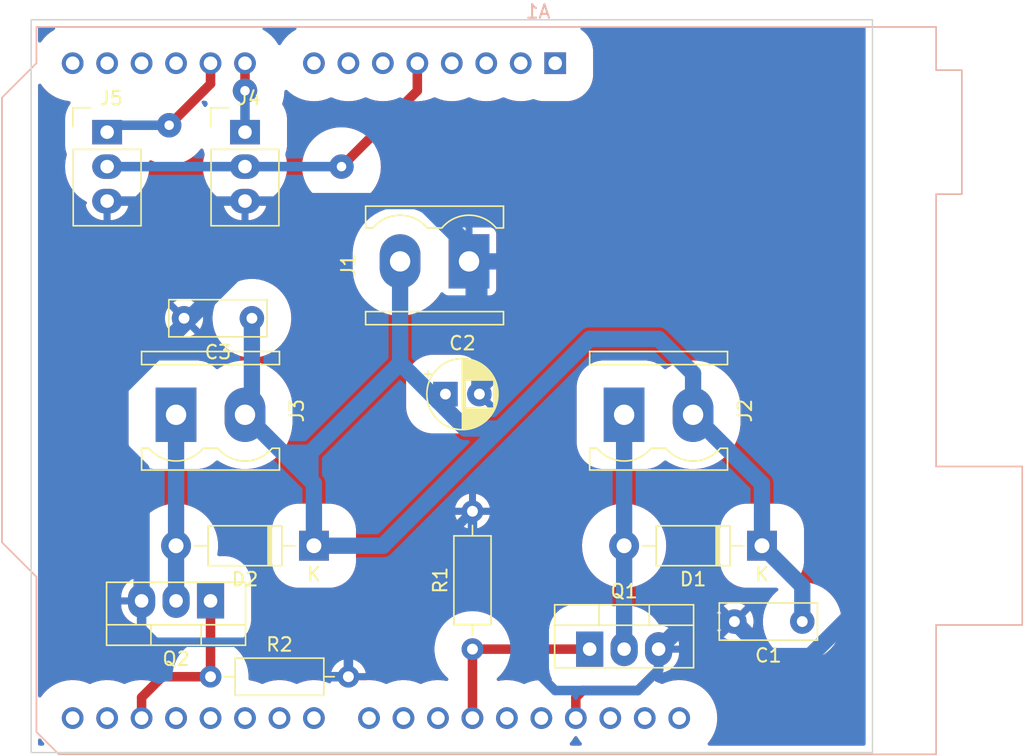
<source format=kicad_pcb>
(kicad_pcb (version 20211014) (generator pcbnew)
  (layers (0 "F.Cu" signal) (31 "B.Cu" signal) (34 "B.Paste" user) (35 "F.Paste" user) (36 "B.SilkS" user "B.Silkscreen") (37 "F.SilkS" user "F.Silkscreen") (38 "B.Mask" user) (39 "F.Mask" user) (44 "Edge.Cuts" user))
  (net 0 "")
  (net 5 "+5V")
  (net 9 "/A0")
  (net 10 "/A1")
  (net 17 "/D2")
  (net 27 "GND")
  (net 31 "+12V")
  (net 32 "Net-(D1-Pad2)")
  (net 33 "Net-(D2-Pad2)")
  (net 34 "unconnected-(A1-Pad18)")
  (net 35 "/D11")
  (footprint "FootprintGamelGe2:R_Axial_DIN0207_L6.3mm_D2.5mm_P10.16mm_Horizontal" (layer "F.Cu") (at 128.524 119.38 90)
    (fp_text reference "R1" (at 5.08 -2.37 90) (layer "F.SilkS"))
    (fp_text value "R")
    (fp_line (start 1.81 -1.37) (end 1.81 1.37) (layer "F.SilkS") (width 0.12))
    (fp_line (start 9.12 0) (end 8.35 0) (layer "F.SilkS") (width 0.12))
    (fp_line (start 1.81 1.37) (end 8.35 1.37) (layer "F.SilkS") (width 0.12))
    (fp_line (start 8.35 -1.37) (end 1.81 -1.37) (layer "F.SilkS") (width 0.12))
    (fp_line (start 1.04 0) (end 1.81 0) (layer "F.SilkS") (width 0.12))
    (fp_line (start 8.35 1.37) (end 8.35 -1.37) (layer "F.SilkS") (width 0.12))
    (pad "1" thru_hole circle locked (at 0 0 90) (size 1.6 1.6) (drill 0.8) (layers *.Cu *.Mask) (net 35 "/D11"))
    (pad "2" thru_hole oval locked (at 10.16 0 90) (size 1.6 1.6) (drill 0.8) (layers *.Cu *.Mask) (net 27 "GND"))
  )
  (footprint "FootprintGamelGe2:OmnimateSL-5,08_1x02_P5.08mm_Vertical" (layer "F.Cu") (at 106.68 102.11)
    (fp_text reference "J3" (at 8.9 -0.3 90) (layer "F.SilkS"))
    (fp_text value "Omnimate2")
    (fp_line (start -2.54 -3.7) (end 7.62 -3.7) (layer "F.SilkS") (width 0.12))
    (fp_line (start -2.54 -4.664) (end 7.62 -4.664) (layer "F.SilkS") (width 0.12))
    (fp_line (start -2 2.462) (end -2.54 2.462) (layer "F.SilkS") (width 0.12))
    (fp_line (start 7.62 -3.7) (end 7.62 -4.664) (layer "F.SilkS") (width 0.12))
    (fp_line (start 7.62 4.072) (end 7.62 2.4972) (layer "F.SilkS") (width 0.12))
    (fp_line (start -2.54 4.072) (end 7.62 4.072) (layer "F.SilkS") (width 0.12))
    (fp_line (start 7.62 2.462) (end 7.08 2.462) (layer "F.SilkS") (width 0.12))
    (fp_line (start -2.54 -3.7) (end -2.54 -4.664) (layer "F.SilkS") (width 0.12))
    (fp_line (start 2 2.462) (end 3.08 2.462) (layer "F.SilkS") (width 0.12))
    (fp_line (start -2.54 4.072) (end -2.54 2.4972) (layer "F.SilkS") (width 0.12))
    (fp_arc (start 1.986842 2.477821) (mid -0.010289 3.404758) (end -2 2.462) (layer "F.SilkS") (width 0.12))
    (fp_arc (start 7.066842 2.477821) (mid 5.069711 3.404758) (end 3.08 2.462) (layer "F.SilkS") (width 0.12))
    (pad "1" thru_hole rect locked (at 0 0) (size 3 4) (drill 1.5) (layers *.Cu *.Mask) (net 33 "Net-(D2-Pad2)"))
    (pad "2" thru_hole oval locked (at 5.08 0) (size 3 4) (drill 1.5) (layers *.Cu *.Mask) (net 31 "+12V"))
  )
  (footprint "FootprintGamelGe2:CP_Radial_D5.0mm_P2.50mm" (layer "F.Cu") (at 126.532 100.584)
    (fp_text reference "C2" (at 1.25 -3.75) (layer "F.SilkS"))
    (fp_text value "Cp")
    (fp_line (start 3.171 -1.743) (end 3.171 -1.04) (layer "F.SilkS") (width 0.12))
    (fp_line (start 3.371 -1.5) (end 3.371 -1.04) (layer "F.SilkS") (width 0.12))
    (fp_line (start 3.251 1.04) (end 3.251 1.653) (layer "F.SilkS") (width 0.12))
    (fp_line (start 3.411 -1.443) (end 3.411 -1.04) (layer "F.SilkS") (width 0.12))
    (fp_line (start 2.171 -2.414) (end 2.171 -1.04) (layer "F.SilkS") (width 0.12))
    (fp_line (start 3.531 1.04) (end 3.531 1.251) (layer "F.SilkS") (width 0.12))
    (fp_line (start 1.89 -2.501) (end 1.89 -1.04) (layer "F.SilkS") (width 0.12))
    (fp_line (start 3.571 -1.178) (end 3.571 1.178) (layer "F.SilkS") (width 0.12))
    (fp_line (start 1.69 -2.543) (end 1.69 -1.04) (layer "F.SilkS") (width 0.12))
    (fp_line (start 2.851 -2.035) (end 2.851 -1.04) (layer "F.SilkS") (width 0.12))
    (fp_line (start 2.771 -2.095) (end 2.771 -1.04) (layer "F.SilkS") (width 0.12))
    (fp_line (start 2.091 -2.442) (end 2.091 -1.04) (layer "F.SilkS") (width 0.12))
    (fp_line (start 1.57 -2.561) (end 1.57 -1.04) (layer "F.SilkS") (width 0.12))
    (fp_line (start 2.651 -2.175) (end 2.651 -1.04) (layer "F.SilkS") (width 0.12))
    (fp_line (start 2.531 -2.247) (end 2.531 -1.04) (layer "F.SilkS") (width 0.12))
    (fp_line (start 1.85 -2.511) (end 1.85 -1.04) (layer "F.SilkS") (width 0.12))
    (fp_line (start 2.331 1.04) (end 2.331 2.348) (layer "F.SilkS") (width 0.12))
    (fp_line (start 2.691 1.04) (end 2.691 2.149) (layer "F.SilkS") (width 0.12))
    (fp_line (start 2.131 -2.428) (end 2.131 -1.04) (layer "F.SilkS") (width 0.12))
    (fp_line (start 2.131 1.04) (end 2.131 2.428) (layer "F.SilkS") (width 0.12))
    (fp_line (start 1.65 -2.55) (end 1.65 -1.04) (layer "F.SilkS") (width 0.12))
    (fp_line (start 3.411 1.04) (end 3.411 1.443) (layer "F.SilkS") (width 0.12))
    (fp_line (start 2.891 -2.004) (end 2.891 -1.04) (layer "F.SilkS") (width 0.12))
    (fp_line (start 2.091 1.04) (end 2.091 2.442) (layer "F.SilkS") (width 0.12))
    (fp_line (start 1.73 1.04) (end 1.73 2.536) (layer "F.SilkS") (width 0.12))
    (fp_line (start 1.77 -2.528) (end 1.77 -1.04) (layer "F.SilkS") (width 0.12))
    (fp_line (start 1.45 -2.573) (end 1.45 2.573) (layer "F.SilkS") (width 0.12))
    (fp_line (start 3.131 1.04) (end 3.131 1.785) (layer "F.SilkS") (width 0.12))
    (fp_line (start 2.331 -2.348) (end 2.331 -1.04) (layer "F.SilkS") (width 0.12))
    (fp_line (start -1.554775 -1.475) (end -1.054775 -1.475) (layer "F.SilkS") (width 0.12))
    (fp_line (start 3.811 -0.518) (end 3.811 0.518) (layer "F.SilkS") (width 0.12))
    (fp_line (start 3.531 -1.251) (end 3.531 -1.04) (layer "F.SilkS") (width 0.12))
    (fp_line (start 2.571 -2.224) (end 2.571 -1.04) (layer "F.SilkS") (width 0.12))
    (fp_line (start 2.411 1.04) (end 2.411 2.31) (layer "F.SilkS") (width 0.12))
    (fp_line (start 2.811 1.04) (end 2.811 2.065) (layer "F.SilkS") (width 0.12))
    (fp_line (start 3.651 -1.011) (end 3.651 1.011) (layer "F.SilkS") (width 0.12))
    (fp_line (start 2.771 1.04) (end 2.771 2.095) (layer "F.SilkS") (width 0.12))
    (fp_line (start 2.451 1.04) (end 2.451 2.29) (layer "F.SilkS") (width 0.12))
    (fp_line (start 2.571 1.04) (end 2.571 2.224) (layer "F.SilkS") (width 0.12))
    (fp_line (start 1.49 -2.569) (end 1.49 -1.04) (layer "F.SilkS") (width 0.12))
    (fp_line (start 3.011 -1.901) (end 3.011 -1.04) (layer "F.SilkS") (width 0.12))
    (fp_line (start 2.411 -2.31) (end 2.411 -1.04) (layer "F.SilkS") (width 0.12))
    (fp_line (start 3.771 -0.677) (end 3.771 0.677) (layer "F.SilkS") (width 0.12))
    (fp_line (start 2.731 1.04) (end 2.731 2.122) (layer "F.SilkS") (width 0.12))
    (fp_line (start 3.291 -1.605) (end 3.291 -1.04) (layer "F.SilkS") (width 0.12))
    (fp_line (start 1.53 1.04) (end 1.53 2.565) (layer "F.SilkS") (width 0.12))
    (fp_line (start 2.211 1.04) (end 2.211 2.398) (layer "F.SilkS") (width 0.12))
    (fp_line (start 2.011 -2.468) (end 2.011 -1.04) (layer "F.SilkS") (width 0.12))
    (fp_line (start 2.531 1.04) (end 2.531 2.247) (layer "F.SilkS") (width 0.12))
    (fp_line (start 3.011 1.04) (end 3.011 1.901) (layer "F.SilkS") (width 0.12))
    (fp_line (start 3.331 -1.554) (end 3.331 -1.04) (layer "F.SilkS") (width 0.12))
    (fp_line (start 2.731 -2.122) (end 2.731 -1.04) (layer "F.SilkS") (width 0.12))
    (fp_line (start 2.491 1.04) (end 2.491 2.268) (layer "F.SilkS") (width 0.12))
    (fp_line (start 2.051 -2.455) (end 2.051 -1.04) (layer "F.SilkS") (width 0.12))
    (fp_line (start 3.131 -1.785) (end 3.131 -1.04) (layer "F.SilkS") (width 0.12))
    (fp_line (start 2.251 -2.382) (end 2.251 -1.04) (layer "F.SilkS") (width 0.12))
    (fp_line (start 1.41 -2.576) (end 1.41 2.576) (layer "F.SilkS") (width 0.12))
    (fp_line (start 1.57 1.04) (end 1.57 2.561) (layer "F.SilkS") (width 0.12))
    (fp_line (start 2.371 -2.329) (end 2.371 -1.04) (layer "F.SilkS") (width 0.12))
    (fp_line (start 1.89 1.04) (end 1.89 2.501) (layer "F.SilkS") (width 0.12))
    (fp_line (start 2.931 -1.971) (end 2.931 -1.04) (layer "F.SilkS") (width 0.12))
    (fp_line (start 1.93 1.04) (end 1.93 2.491) (layer "F.SilkS") (width 0.12))
    (fp_line (start 1.61 1.04) (end 1.61 2.556) (layer "F.SilkS") (width 0.12))
    (fp_line (start 2.451 -2.29) (end 2.451 -1.04) (layer "F.SilkS") (width 0.12))
    (fp_line (start -1.304775 -1.725) (end -1.304775 -1.225) (layer "F.SilkS") (width 0.12))
    (fp_line (start 1.25 -2.58) (end 1.25 2.58) (layer "F.SilkS") (width 0.12))
    (fp_line (start 3.451 1.04) (end 3.451 1.383) (layer "F.SilkS") (width 0.12))
    (fp_line (start 3.051 1.04) (end 3.051 1.864) (layer "F.SilkS") (width 0.12))
    (fp_line (start 3.171 1.04) (end 3.171 1.743) (layer "F.SilkS") (width 0.12))
    (fp_line (start 1.971 1.04) (end 1.971 2.48) (layer "F.SilkS") (width 0.12))
    (fp_line (start 2.011 1.04) (end 2.011 2.468) (layer "F.SilkS") (width 0.12))
    (fp_line (start 2.171 1.04) (end 2.171 2.414) (layer "F.SilkS") (width 0.12))
    (fp_line (start 3.211 -1.699) (end 3.211 -1.04) (layer "F.SilkS") (width 0.12))
    (fp_line (start 1.65 1.04) (end 1.65 2.55) (layer "F.SilkS") (width 0.12))
    (fp_line (start 3.611 -1.098) (end 3.611 1.098) (layer "F.SilkS") (width 0.12))
    (fp_line (start 2.611 -2.2) (end 2.611 -1.04) (layer "F.SilkS") (width 0.12))
    (fp_line (start 2.251 1.04) (end 2.251 2.382) (layer "F.SilkS") (width 0.12))
    (fp_line (start 1.81 1.04) (end 1.81 2.52) (layer "F.SilkS") (width 0.12))
    (fp_line (start 2.971 1.04) (end 2.971 1.937) (layer "F.SilkS") (width 0.12))
    (fp_line (start 1.61 -2.556) (end 1.61 -1.04) (layer "F.SilkS") (width 0.12))
    (fp_line (start 2.291 1.04) (end 2.291 2.365) (layer "F.SilkS") (width 0.12))
    (fp_line (start 2.851 1.04) (end 2.851 2.035) (layer "F.SilkS") (width 0.12))
    (fp_line (start 2.491 -2.268) (end 2.491 -1.04) (layer "F.SilkS") (width 0.12))
    (fp_line (start 1.29 -2.58) (end 1.29 2.58) (layer "F.SilkS") (width 0.12))
    (fp_line (start 2.971 -1.937) (end 2.971 -1.04) (layer "F.SilkS") (width 0.12))
    (fp_line (start 2.051 1.04) (end 2.051 2.455) (layer "F.SilkS") (width 0.12))
    (fp_line (start 2.931 1.04) (end 2.931 1.971) (layer "F.SilkS") (width 0.12))
    (fp_line (start 3.691 -0.915) (end 3.691 0.915) (layer "F.SilkS") (width 0.12))
    (fp_line (start 1.73 -2.536) (end 1.73 -1.04) (layer "F.SilkS") (width 0.12))
    (fp_line (start 3.731 -0.805) (end 3.731 0.805) (layer "F.SilkS") (width 0.12))
    (fp_line (start 3.491 -1.319) (end 3.491 -1.04) (layer "F.SilkS") (width 0.12))
    (fp_line (start 1.93 -2.491) (end 1.93 -1.04) (layer "F.SilkS") (width 0.12))
    (fp_line (start 2.691 -2.149) (end 2.691 -1.04) (layer "F.SilkS") (width 0.12))
    (fp_line (start 3.331 1.04) (end 3.331 1.554) (layer "F.SilkS") (width 0.12))
    (fp_line (start 2.211 -2.398) (end 2.211 -1.04) (layer "F.SilkS") (width 0.12))
    (fp_line (start 3.851 -0.284) (end 3.851 0.284) (layer "F.SilkS") (width 0.12))
    (fp_line (start 1.53 -2.565) (end 1.53 -1.04) (layer "F.SilkS") (width 0.12))
    (fp_line (start 1.49 1.04) (end 1.49 2.569) (layer "F.SilkS") (width 0.12))
    (fp_line (start 2.811 -2.065) (end 2.811 -1.04) (layer "F.SilkS") (width 0.12))
    (fp_line (start 1.81 -2.52) (end 1.81 -1.04) (layer "F.SilkS") (width 0.12))
    (fp_line (start 1.77 1.04) (end 1.77 2.528) (layer "F.SilkS") (width 0.12))
    (fp_line (start 1.37 -2.578) (end 1.37 2.578) (layer "F.SilkS") (width 0.12))
    (fp_line (start 3.491 1.04) (end 3.491 1.319) (layer "F.SilkS") (width 0.12))
    (fp_line (start 2.651 1.04) (end 2.651 2.175) (layer "F.SilkS") (width 0.12))
    (fp_line (start 2.611 1.04) (end 2.611 2.2) (layer "F.SilkS") (width 0.12))
    (fp_line (start 1.33 -2.579) (end 1.33 2.579) (layer "F.SilkS") (width 0.12))
    (fp_line (start 1.971 -2.48) (end 1.971 -1.04) (layer "F.SilkS") (width 0.12))
    (fp_line (start 3.291 1.04) (end 3.291 1.605) (layer "F.SilkS") (width 0.12))
    (fp_line (start 3.451 -1.383) (end 3.451 -1.04) (layer "F.SilkS") (width 0.12))
    (fp_line (start 3.251 -1.653) (end 3.251 -1.04) (layer "F.SilkS") (width 0.12))
    (fp_line (start 2.371 1.04) (end 2.371 2.329) (layer "F.SilkS") (width 0.12))
    (fp_line (start 3.091 1.04) (end 3.091 1.826) (layer "F.SilkS") (width 0.12))
    (fp_line (start 2.291 -2.365) (end 2.291 -1.04) (layer "F.SilkS") (width 0.12))
    (fp_line (start 1.69 1.04) (end 1.69 2.543) (layer "F.SilkS") (width 0.12))
    (fp_line (start 1.85 1.04) (end 1.85 2.511) (layer "F.SilkS") (width 0.12))
    (fp_line (start 3.091 -1.826) (end 3.091 -1.04) (layer "F.SilkS") (width 0.12))
    (fp_line (start 3.371 1.04) (end 3.371 1.5) (layer "F.SilkS") (width 0.12))
    (fp_line (start 3.211 1.04) (end 3.211 1.699) (layer "F.SilkS") (width 0.12))
    (fp_line (start 2.891 1.04) (end 2.891 2.004) (layer "F.SilkS") (width 0.12))
    (fp_line (start 3.051 -1.864) (end 3.051 -1.04) (layer "F.SilkS") (width 0.12))
    (fp_circle (center 1.25 0) (end 3.87 0) (layer "F.SilkS") (width 0.12) (fill none))
    (pad "1" thru_hole rect locked (at 0 0) (size 1.8 1.8) (drill 0.8) (layers *.Cu *.Mask) (net 31 "+12V"))
    (pad "2" thru_hole circle locked (at 2.5 0) (size 1.8 1.8) (drill 0.8) (layers *.Cu *.Mask) (net 27 "GND"))
  )
  (footprint "FootprintGamelGe2:Autocom3" (layer "F.Cu") (at 111.76 81.28)
    (fp_text reference "J4" (at 0.3 -2.5) (layer "F.SilkS"))
    (fp_text value "Autocom3")
    (fp_line (start -2.5 1.27) (end 2.5 1.27) (layer "F.SilkS") (width 0.12))
    (fp_line (start -2.53 -0.4) (end -2.53 -1.73) (layer "F.SilkS") (width 0.12))
    (fp_line (start -2.53 -1.8) (end -1.2 -1.8) (layer "F.SilkS") (width 0.12))
    (fp_line (start -2.5 1.27) (end -2.5 6.9) (layer "F.SilkS") (width 0.12))
    (fp_line (start 2.5 1.27) (end 2.5 6.9) (layer "F.SilkS") (width 0.12))
    (fp_line (start -2.5 6.9) (end 2.5 6.9) (layer "F.SilkS") (width 0.12))
    (pad "1" thru_hole rect locked (at 0 0) (size 2.2 1.8) (drill 1) (layers *.Cu *.Mask) (net 9 "/A0"))
    (pad "2" thru_hole oval locked (at 0 2.54) (size 2.2 1.8) (drill 1) (layers *.Cu *.Mask) (net 5 "+5V"))
    (pad "3" thru_hole oval locked (at 0 5.08) (size 2.2 1.8) (drill 1) (layers *.Cu *.Mask) (net 27 "GND"))
  )
  (footprint "Diode_THT:D_DO-41_SOD81_P10.16mm_Horizontal" (layer "F.Cu") (at 149.86 111.76 180)
    (fp_text reference "D1" (at 5.08 -2.47) (layer "F.SilkS"))
    (fp_text value "1N400X")
    (fp_text user "K" (at 0 -2.1) (layer "F.SilkS"))
    (fp_line (start 1.34 0) (end 2.36 0) (layer "F.SilkS") (width 0.12))
    (fp_line (start 2.36 1.47) (end 7.8 1.47) (layer "F.SilkS") (width 0.12))
    (fp_line (start 8.82 0) (end 7.8 0) (layer "F.SilkS") (width 0.12))
    (fp_line (start 7.8 1.47) (end 7.8 -1.47) (layer "F.SilkS") (width 0.12))
    (fp_line (start 3.38 -1.47) (end 3.38 1.47) (layer "F.SilkS") (width 0.12))
    (fp_line (start 3.14 -1.47) (end 3.14 1.47) (layer "F.SilkS") (width 0.12))
    (fp_line (start 3.26 -1.47) (end 3.26 1.47) (layer "F.SilkS") (width 0.12))
    (fp_line (start 7.8 -1.47) (end 2.36 -1.47) (layer "F.SilkS") (width 0.12))
    (fp_line (start 2.36 -1.47) (end 2.36 1.47) (layer "F.SilkS") (width 0.12))
    (pad "1" thru_hole rect (at 0 0 180) (size 2.2 2.2) (drill 1.1) (layers *.Cu *.Mask) (net 31 "+12V"))
    (pad "2" thru_hole oval (at 10.16 0 180) (size 2.2 2.2) (drill 1.1) (layers *.Cu *.Mask) (net 32 "Net-(D1-Pad2)"))
  )
  (footprint "FootprintGamelGe2:TO-220-3_Vertical" (layer "F.Cu") (at 137.16 119.38)
    (fp_text reference "Q1" (at 2.54 -4.27) (layer "F.SilkS"))
    (fp_text value "IRL510")
    (fp_line (start -2.58 -3.27) (end -2.58 1.371) (layer "F.SilkS") (width 0.12))
    (fp_line (start -2.58 1.371) (end 7.66 1.371) (layer "F.SilkS") (width 0.12))
    (fp_line (start 4.391 -3.27) (end 4.391 -1.76) (layer "F.SilkS") (width 0.12))
    (fp_line (start 7.66 -3.27) (end 7.66 1.371) (layer "F.SilkS") (width 0.12))
    (fp_line (start -2.58 -1.76) (end 7.66 -1.76) (layer "F.SilkS") (width 0.12))
    (fp_line (start -2.58 -3.27) (end 7.66 -3.27) (layer "F.SilkS") (width 0.12))
    (fp_line (start 0.69 -3.27) (end 0.69 -1.76) (layer "F.SilkS") (width 0.12))
    (pad "1" thru_hole rect locked (at 0 0) (size 2 2.6) (drill 1) (layers *.Cu *.Mask) (net 35 "/D11"))
    (pad "2" thru_hole oval locked (at 2.54 0) (size 2 2.5) (drill 1) (layers *.Cu *.Mask) (net 32 "Net-(D1-Pad2)"))
    (pad "3" thru_hole oval locked (at 5.08 0) (size 2 2.5) (drill 1) (layers *.Cu *.Mask) (net 27 "GND"))
  )
  (footprint "FootprintGamelGe2:C_Rect_L7.0mm_W2.5mm_P5.00mm" (layer "F.Cu") (at 152.828 117.348 180)
    (fp_text reference "C1" (at 2.5 -2.5) (layer "F.SilkS"))
    (fp_text value "C")
    (fp_line (start 6.12 -1.37) (end 6.12 1.37) (layer "F.SilkS") (width 0.12))
    (fp_line (start -1.12 1.37) (end 6.12 1.37) (layer "F.SilkS") (width 0.12))
    (fp_line (start -1.12 -1.37) (end 6.12 -1.37) (layer "F.SilkS") (width 0.12))
    (fp_line (start -1.12 -1.37) (end -1.12 1.37) (layer "F.SilkS") (width 0.12))
    (pad "1" thru_hole circle locked (at 0 0 180) (size 1.8 1.8) (drill 0.8) (layers *.Cu *.Mask) (net 31 "+12V"))
    (pad "2" thru_hole circle locked (at 5 0 180) (size 1.8 1.8) (drill 0.8) (layers *.Cu *.Mask) (net 27 "GND"))
  )
  (footprint "FootprintGamelGe2:OmnimateSL-5,08_1x02_P5.08mm_Vertical" (layer "F.Cu") (at 128.27 90.805 180)
    (fp_text reference "J1" (at 8.9 -0.3 90) (layer "F.SilkS"))
    (fp_text value "Omnimate2")
    (fp_line (start -2.54 4.072) (end -2.54 2.4972) (layer "F.SilkS") (width 0.12))
    (fp_line (start -2.54 -3.7) (end -2.54 -4.664) (layer "F.SilkS") (width 0.12))
    (fp_line (start -2 2.462) (end -2.54 2.462) (layer "F.SilkS") (width 0.12))
    (fp_line (start -2.54 4.072) (end 7.62 4.072) (layer "F.SilkS") (width 0.12))
    (fp_line (start 2 2.462) (end 3.08 2.462) (layer "F.SilkS") (width 0.12))
    (fp_line (start -2.54 -4.664) (end 7.62 -4.664) (layer "F.SilkS") (width 0.12))
    (fp_line (start 7.62 2.462) (end 7.08 2.462) (layer "F.SilkS") (width 0.12))
    (fp_line (start 7.62 -3.7) (end 7.62 -4.664) (layer "F.SilkS") (width 0.12))
    (fp_line (start 7.62 4.072) (end 7.62 2.4972) (layer "F.SilkS") (width 0.12))
    (fp_line (start -2.54 -3.7) (end 7.62 -3.7) (layer "F.SilkS") (width 0.12))
    (fp_arc (start 1.986842 2.477821) (mid -0.010289 3.404758) (end -2 2.462) (layer "F.SilkS") (width 0.12))
    (fp_arc (start 7.066842 2.477821) (mid 5.069711 3.404758) (end 3.08 2.462) (layer "F.SilkS") (width 0.12))
    (pad "1" thru_hole rect locked (at 0 0 180) (size 3 4) (drill 1.5) (layers *.Cu *.Mask) (net 27 "GND"))
    (pad "2" thru_hole oval locked (at 5.08 0 180) (size 3 4) (drill 1.5) (layers *.Cu *.Mask) (net 31 "+12V"))
  )
  (footprint "Diode_THT:D_DO-41_SOD81_P10.16mm_Horizontal" (layer "F.Cu") (at 116.84 111.76 180)
    (fp_text reference "D2" (at 5.08 -2.47) (layer "F.SilkS"))
    (fp_text value "1N400X")
    (fp_text user "K" (at 0 -2.1) (layer "F.SilkS"))
    (fp_line (start 1.34 0) (end 2.36 0) (layer "F.SilkS") (width 0.12))
    (fp_line (start 7.8 -1.47) (end 2.36 -1.47) (layer "F.SilkS") (width 0.12))
    (fp_line (start 3.14 -1.47) (end 3.14 1.47) (layer "F.SilkS") (width 0.12))
    (fp_line (start 3.38 -1.47) (end 3.38 1.47) (layer "F.SilkS") (width 0.12))
    (fp_line (start 8.82 0) (end 7.8 0) (layer "F.SilkS") (width 0.12))
    (fp_line (start 2.36 1.47) (end 7.8 1.47) (layer "F.SilkS") (width 0.12))
    (fp_line (start 7.8 1.47) (end 7.8 -1.47) (layer "F.SilkS") (width 0.12))
    (fp_line (start 2.36 -1.47) (end 2.36 1.47) (layer "F.SilkS") (width 0.12))
    (fp_line (start 3.26 -1.47) (end 3.26 1.47) (layer "F.SilkS") (width 0.12))
    (pad "1" thru_hole rect (at 0 0 180) (size 2.2 2.2) (drill 1.1) (layers *.Cu *.Mask) (net 31 "+12V"))
    (pad "2" thru_hole oval (at 10.16 0 180) (size 2.2 2.2) (drill 1.1) (layers *.Cu *.Mask) (net 33 "Net-(D2-Pad2)"))
  )
  (footprint "FootprintGamelGe2:TO-220-3_Vertical" (layer "F.Cu") (at 109.22 115.824 180)
    (fp_text reference "Q2" (at 2.54 -4.27) (layer "F.SilkS"))
    (fp_text value "IRL510")
    (fp_line (start 4.391 -3.27) (end 4.391 -1.76) (layer "F.SilkS") (width 0.12))
    (fp_line (start -2.58 -3.27) (end -2.58 1.371) (layer "F.SilkS") (width 0.12))
    (fp_line (start 7.66 -3.27) (end 7.66 1.371) (layer "F.SilkS") (width 0.12))
    (fp_line (start 0.69 -3.27) (end 0.69 -1.76) (layer "F.SilkS") (width 0.12))
    (fp_line (start -2.58 -3.27) (end 7.66 -3.27) (layer "F.SilkS") (width 0.12))
    (fp_line (start -2.58 -1.76) (end 7.66 -1.76) (layer "F.SilkS") (width 0.12))
    (fp_line (start -2.58 1.371) (end 7.66 1.371) (layer "F.SilkS") (width 0.12))
    (pad "1" thru_hole rect locked (at 0 0 180) (size 2 2.6) (drill 1) (layers *.Cu *.Mask) (net 17 "/D2"))
    (pad "2" thru_hole oval locked (at 2.54 0 180) (size 2 2.5) (drill 1) (layers *.Cu *.Mask) (net 33 "Net-(D2-Pad2)"))
    (pad "3" thru_hole oval locked (at 5.08 0 180) (size 2 2.5) (drill 1) (layers *.Cu *.Mask) (net 27 "GND"))
  )
  (footprint "FootprintGamelGe2:R_Axial_DIN0207_L6.3mm_D2.5mm_P10.16mm_Horizontal" (layer "F.Cu") (at 109.22 121.412)
    (fp_text reference "R2" (at 5.08 -2.37) (layer "F.SilkS"))
    (fp_text value "R")
    (fp_line (start 9.12 0) (end 8.35 0) (layer "F.SilkS") (width 0.12))
    (fp_line (start 1.81 1.37) (end 8.35 1.37) (layer "F.SilkS") (width 0.12))
    (fp_line (start 1.81 -1.37) (end 1.81 1.37) (layer "F.SilkS") (width 0.12))
    (fp_line (start 8.35 1.37) (end 8.35 -1.37) (layer "F.SilkS") (width 0.12))
    (fp_line (start 1.04 0) (end 1.81 0) (layer "F.SilkS") (width 0.12))
    (fp_line (start 8.35 -1.37) (end 1.81 -1.37) (layer "F.SilkS") (width 0.12))
    (pad "1" thru_hole circle locked (at 0 0) (size 1.6 1.6) (drill 0.8) (layers *.Cu *.Mask) (net 17 "/D2"))
    (pad "2" thru_hole oval locked (at 10.16 0) (size 1.6 1.6) (drill 0.8) (layers *.Cu *.Mask) (net 27 "GND"))
  )
  (footprint "FootprintGamelGe2:OmnimateSL-5,08_1x02_P5.08mm_Vertical" (layer "F.Cu") (at 139.7 102.11)
    (fp_text reference "J2" (at 8.9 -0.3 90) (layer "F.SilkS"))
    (fp_text value "Omnimate2")
    (fp_line (start -2.54 -4.664) (end 7.62 -4.664) (layer "F.SilkS") (width 0.12))
    (fp_line (start -2.54 -3.7) (end 7.62 -3.7) (layer "F.SilkS") (width 0.12))
    (fp_line (start -2.54 4.072) (end 7.62 4.072) (layer "F.SilkS") (width 0.12))
    (fp_line (start 7.62 2.462) (end 7.08 2.462) (layer "F.SilkS") (width 0.12))
    (fp_line (start -2.54 4.072) (end -2.54 2.4972) (layer "F.SilkS") (width 0.12))
    (fp_line (start -2.54 -3.7) (end -2.54 -4.664) (layer "F.SilkS") (width 0.12))
    (fp_line (start 7.62 -3.7) (end 7.62 -4.664) (layer "F.SilkS") (width 0.12))
    (fp_line (start 7.62 4.072) (end 7.62 2.4972) (layer "F.SilkS") (width 0.12))
    (fp_line (start -2 2.462) (end -2.54 2.462) (layer "F.SilkS") (width 0.12))
    (fp_line (start 2 2.462) (end 3.08 2.462) (layer "F.SilkS") (width 0.12))
    (fp_arc (start 1.986842 2.477821) (mid -0.010289 3.404758) (end -2 2.462) (layer "F.SilkS") (width 0.12))
    (fp_arc (start 7.066842 2.477821) (mid 5.069711 3.404758) (end 3.08 2.462) (layer "F.SilkS") (width 0.12))
    (pad "1" thru_hole rect locked (at 0 0) (size 3 4) (drill 1.5) (layers *.Cu *.Mask) (net 32 "Net-(D1-Pad2)"))
    (pad "2" thru_hole oval locked (at 5.08 0) (size 3 4) (drill 1.5) (layers *.Cu *.Mask) (net 31 "+12V"))
  )
  (footprint "FootprintGamelGe2:C_Rect_L7.0mm_W2.5mm_P5.00mm" (layer "F.Cu") (at 112.268 94.996 180)
    (fp_text reference "C3" (at 2.5 -2.5) (layer "F.SilkS"))
    (fp_text value "C")
    (fp_line (start 6.12 -1.37) (end 6.12 1.37) (layer "F.SilkS") (width 0.12))
    (fp_line (start -1.12 -1.37) (end -1.12 1.37) (layer "F.SilkS") (width 0.12))
    (fp_line (start -1.12 1.37) (end 6.12 1.37) (layer "F.SilkS") (width 0.12))
    (fp_line (start -1.12 -1.37) (end 6.12 -1.37) (layer "F.SilkS") (width 0.12))
    (pad "1" thru_hole circle locked (at 0 0 180) (size 1.8 1.8) (drill 0.8) (layers *.Cu *.Mask) (net 31 "+12V"))
    (pad "2" thru_hole circle locked (at 5 0 180) (size 1.8 1.8) (drill 0.8) (layers *.Cu *.Mask) (net 27 "GND"))
  )
  (footprint "FootprintGamelGe2:Autocom3" (layer "F.Cu") (at 101.6 81.28)
    (fp_text reference "J5" (at 0.3 -2.5) (layer "F.SilkS"))
    (fp_text value "Autocom3")
    (fp_line (start -2.53 -0.4) (end -2.53 -1.73) (layer "F.SilkS") (width 0.12))
    (fp_line (start -2.5 1.27) (end -2.5 6.9) (layer "F.SilkS") (width 0.12))
    (fp_line (start -2.5 1.27) (end 2.5 1.27) (layer "F.SilkS") (width 0.12))
    (fp_line (start -2.5 6.9) (end 2.5 6.9) (layer "F.SilkS") (width 0.12))
    (fp_line (start -2.53 -1.8) (end -1.2 -1.8) (layer "F.SilkS") (width 0.12))
    (fp_line (start 2.5 1.27) (end 2.5 6.9) (layer "F.SilkS") (width 0.12))
    (pad "1" thru_hole rect locked (at 0 0) (size 2.2 1.8) (drill 1) (layers *.Cu *.Mask) (net 10 "/A1"))
    (pad "2" thru_hole oval locked (at 0 2.54) (size 2.2 1.8) (drill 1) (layers *.Cu *.Mask) (net 5 "+5V"))
    (pad "3" thru_hole oval locked (at 0 5.08) (size 2.2 1.8) (drill 1) (layers *.Cu *.Mask) (net 27 "GND"))
  )
  (footprint "Module:Arduino_UNO_R3" (layer "B.Cu") (at 134.62 76.2 180)
    (fp_text reference "A1" (at 1.27 3.81) (layer "B.SilkS") (effects (justify mirror)))
    (fp_text value "Arduino_UNO_R3")
    (fp_line (start -29.97 -0.51) (end -29.97 -9.65) (layer "B.SilkS") (width 0.12))
    (fp_line (start -28.07 -50.93) (end 36.58 -50.93) (layer "B.SilkS") (width 0.12))
    (fp_line (start -34.42 -29.72) (end -34.42 -41.4) (layer "B.SilkS") (width 0.12))
    (fp_line (start 38.23 -49.28) (end 38.23 -37.85) (layer "B.SilkS") (width 0.12))
    (fp_line (start -28.07 -0.51) (end -29.97 -0.51) (layer "B.SilkS") (width 0.12))
    (fp_line (start -28.07 -9.65) (end -28.07 -29.72) (layer "B.SilkS") (width 0.12))
    (fp_line (start -34.42 -41.4) (end -28.07 -41.4) (layer "B.SilkS") (width 0.12))
    (fp_line (start -28.07 -29.72) (end -34.42 -29.72) (layer "B.SilkS") (width 0.12))
    (fp_line (start 36.58 -50.93) (end 38.23 -49.28) (layer "B.SilkS") (width 0.12))
    (fp_line (start 38.23 -37.85) (end 40.77 -35.31) (layer "B.SilkS") (width 0.12))
    (fp_line (start 38.23 2.67) (end -28.07 2.67) (layer "B.SilkS") (width 0.12))
    (fp_line (start 38.23 0) (end 38.23 2.67) (layer "B.SilkS") (width 0.12))
    (fp_line (start 40.77 -2.54) (end 38.23 0) (layer "B.SilkS") (width 0.12))
    (fp_line (start 40.77 -35.31) (end 40.77 -2.54) (layer "B.SilkS") (width 0.12))
    (fp_line (start -28.07 -41.4) (end -28.07 -50.93) (layer "B.SilkS") (width 0.12))
    (fp_line (start -28.07 2.67) (end -28.07 -0.51) (layer "B.SilkS") (width 0.12))
    (fp_line (start -29.97 -9.65) (end -28.07 -9.65) (layer "B.SilkS") (width 0.12))
    (pad "1" thru_hole rect (at 0 0 90) (size 1.6 1.6) (drill 1) (layers *.Cu *.Mask))
    (pad "2" thru_hole oval (at 2.54 0 90) (size 1.6 1.6) (drill 1) (layers *.Cu *.Mask))
    (pad "3" thru_hole oval (at 5.08 0 90) (size 1.6 1.6) (drill 1) (layers *.Cu *.Mask))
    (pad "4" thru_hole oval (at 7.62 0 90) (size 1.6 1.6) (drill 1) (layers *.Cu *.Mask))
    (pad "5" thru_hole oval (at 10.16 0 90) (size 1.6 1.6) (drill 1) (layers *.Cu *.Mask) (net 5 "+5V"))
    (pad "6" thru_hole oval (at 12.7 0 90) (size 1.6 1.6) (drill 1) (layers *.Cu *.Mask))
    (pad "7" thru_hole oval (at 15.24 0 90) (size 1.6 1.6) (drill 1) (layers *.Cu *.Mask))
    (pad "8" thru_hole oval (at 17.78 0 90) (size 1.6 1.6) (drill 1) (layers *.Cu *.Mask))
    (pad "9" thru_hole oval (at 22.86 0 90) (size 1.6 1.6) (drill 1) (layers *.Cu *.Mask) (net 9 "/A0"))
    (pad "10" thru_hole oval (at 25.4 0 90) (size 1.6 1.6) (drill 1) (layers *.Cu *.Mask) (net 10 "/A1"))
    (pad "11" thru_hole oval (at 27.94 0 90) (size 1.6 1.6) (drill 1) (layers *.Cu *.Mask))
    (pad "12" thru_hole oval (at 30.48 0 90) (size 1.6 1.6) (drill 1) (layers *.Cu *.Mask))
    (pad "13" thru_hole oval (at 33.02 0 90) (size 1.6 1.6) (drill 1) (layers *.Cu *.Mask))
    (pad "14" thru_hole oval (at 35.56 0 90) (size 1.6 1.6) (drill 1) (layers *.Cu *.Mask))
    (pad "15" thru_hole oval (at 35.56 -48.26 90) (size 1.6 1.6) (drill 1) (layers *.Cu *.Mask))
    (pad "16" thru_hole oval (at 33.02 -48.26 90) (size 1.6 1.6) (drill 1) (layers *.Cu *.Mask))
    (pad "17" thru_hole oval (at 30.48 -48.26 90) (size 1.6 1.6) (drill 1) (layers *.Cu *.Mask) (net 17 "/D2"))
    (pad "18" thru_hole oval (at 27.94 -48.26 90) (size 1.6 1.6) (drill 1) (layers *.Cu *.Mask) (net 34 "unconnected-(A1-Pad18)"))
    (pad "19" thru_hole oval (at 25.4 -48.26 90) (size 1.6 1.6) (drill 1) (layers *.Cu *.Mask))
    (pad "20" thru_hole oval (at 22.86 -48.26 90) (size 1.6 1.6) (drill 1) (layers *.Cu *.Mask))
    (pad "21" thru_hole oval (at 20.32 -48.26 90) (size 1.6 1.6) (drill 1) (layers *.Cu *.Mask))
    (pad "22" thru_hole oval (at 17.78 -48.26 90) (size 1.6 1.6) (drill 1) (layers *.Cu *.Mask))
    (pad "23" thru_hole oval (at 13.72 -48.26 90) (size 1.6 1.6) (drill 1) (layers *.Cu *.Mask))
    (pad "24" thru_hole oval (at 11.18 -48.26 90) (size 1.6 1.6) (drill 1) (layers *.Cu *.Mask))
    (pad "25" thru_hole oval (at 8.64 -48.26 90) (size 1.6 1.6) (drill 1) (layers *.Cu *.Mask))
    (pad "26" thru_hole oval (at 6.1 -48.26 90) (size 1.6 1.6) (drill 1) (layers *.Cu *.Mask) (net 35 "/D11"))
    (pad "27" thru_hole oval (at 3.56 -48.26 90) (size 1.6 1.6) (drill 1) (layers *.Cu *.Mask))
    (pad "28" thru_hole oval (at 1.02 -48.26 90) (size 1.6 1.6) (drill 1) (layers *.Cu *.Mask))
    (pad "29" thru_hole oval (at -1.52 -48.26 90) (size 1.6 1.6) (drill 1) (layers *.Cu *.Mask) (net 27 "GND"))
    (pad "30" thru_hole oval (at -4.06 -48.26 90) (size 1.6 1.6) (drill 1) (layers *.Cu *.Mask))
    (pad "31" thru_hole oval (at -6.6 -48.26 90) (size 1.6 1.6) (drill 1) (layers *.Cu *.Mask))
    (pad "32" thru_hole oval (at -9.14 -48.26 90) (size 1.6 1.6) (drill 1) (layers *.Cu *.Mask))
  )
  (gr_line (start 158 73) (end 158 127) (layer "Edge.Cuts") (width 0.1))
  (gr_line (start 96 127) (end 96 73) (layer "Edge.Cuts") (width 0.1))
  (gr_line (start 96 73) (end 158 73) (layer "Edge.Cuts") (width 0.1))
  (gr_line (start 158 127) (end 96 127) (layer "Edge.Cuts") (width 0.1))
  (segment (start 124.46 77.33137) (end 124.46 76.2) (width 0.7) (layer "F.Cu") (net 5))
  (segment (start 124.46 78.232) (end 118.872 83.82) (width 0.7) (layer "F.Cu") (net 5))
  (segment (start 124.46 77.33137) (end 124.46 78.232) (width 0.7) (layer "F.Cu") (net 5))
  (via (at 118.872 83.82) (size 1.8) (drill 0.7) (layers "F.Cu" "B.Cu") (net 5))
  (segment (start 118.872 83.82) (end 111.76 83.82) (width 0.7) (layer "B.Cu") (net 5))
  (segment (start 101.6 83.82) (end 111.76 83.82) (width 0.7) (layer "B.Cu") (net 5))
  (segment (start 111.76 76.2) (end 111.76 78.232) (width 0.7) (layer "F.Cu") (net 9))
  (via (at 111.76 78.232) (size 1.8) (drill 0.7) (layers "F.Cu" "B.Cu") (net 9))
  (segment (start 111.76 78.232) (end 111.76 81.28) (width 0.7) (layer "B.Cu") (net 9))
  (segment (start 109.22 77.724) (end 108.712 78.232) (width 0.7) (layer "F.Cu") (net 10))
  (segment (start 108.712 78.232) (end 106.172 80.772) (width 0.7) (layer "F.Cu") (net 10))
  (segment (start 109.22 76.2) (end 109.22 77.724) (width 0.7) (layer "F.Cu") (net 10))
  (via (at 106.172 80.772) (size 1.8) (drill 0.7) (layers "F.Cu" "B.Cu") (net 10))
  (segment (start 102.108 80.772) (end 101.6 81.28) (width 0.7) (layer "B.Cu") (net 10))
  (segment (start 106.172 80.772) (end 102.108 80.772) (width 0.7) (layer "B.Cu") (net 10))
  (segment (start 109.22 121.412) (end 109.22 115.824) (width 0.7) (layer "F.Cu") (net 17))
  (segment (start 104.14 124.46) (end 104.14 122.936) (width 0.7) (layer "F.Cu") (net 17))
  (segment (start 104.14 122.936) (end 105.664 121.412) (width 0.7) (layer "F.Cu") (net 17))
  (segment (start 105.664 121.412) (end 109.22 121.412) (width 0.7) (layer "F.Cu") (net 17))
  (segment (start 142.24 120.904) (end 142.24 119.38) (width 0.7) (layer "F.Cu") (net 27))
  (segment (start 136.14 124.46) (end 136.14 122.94) (width 0.7) (layer "F.Cu") (net 27))
  (segment (start 140.716 122.428) (end 142.24 120.904) (width 0.7) (layer "F.Cu") (net 27))
  (segment (start 136.652 122.428) (end 140.716 122.428) (width 0.7) (layer "F.Cu") (net 27))
  (segment (start 136.14 122.94) (end 136.652 122.428) (width 0.7) (layer "F.Cu") (net 27))
  (segment (start 101.6 86.36) (end 111.76 86.36) (width 0.7) (layer "B.Cu") (net 27))
  (segment (start 156.464 116.84) (end 156.464 105.664) (width 1.2) (layer "B.Cu") (net 27))
  (segment (start 119.38 121.412) (end 117.856 121.412) (width 0.7) (layer "B.Cu") (net 27))
  (segment (start 144.272 117.348) (end 142.24 119.38) (width 1.2) (layer "B.Cu") (net 27))
  (segment (start 134.62 122.428) (end 140.716 122.428) (width 0.7) (layer "B.Cu") (net 27))
  (segment (start 129.032 100.584) (end 129.032 91.567) (width 1.2) (layer "B.Cu") (net 27))
  (segment (start 116.332 86.36) (end 124.968 86.36) (width 1.2) (layer "B.Cu") (net 27))
  (segment (start 115.316 118.872) (end 105.156 118.872) (width 0.7) (layer "B.Cu") (net 27))
  (segment (start 142.24 120.904) (end 142.24 119.38) (width 0.7) (layer "B.Cu") (net 27))
  (segment (start 153.416 119.888) (end 156.464 116.84) (width 1.2) (layer "B.Cu") (net 27))
  (segment (start 104.14 115.824) (end 104.14 117.856) (width 0.7) (layer "B.Cu") (net 27))
  (segment (start 119.38 118.364) (end 119.888 117.856) (width 0.7) (layer "B.Cu") (net 27))
  (segment (start 128.524 114.3) (end 133.604 119.38) (width 0.7) (layer "B.Cu") (net 27))
  (segment (start 133.604 121.412) (end 134.62 122.428) (width 0.7) (layer "B.Cu") (net 27))
  (segment (start 147.828 117.348) (end 150.368 119.888) (width 1.2) (layer "B.Cu") (net 27))
  (segment (start 102.108 104.14) (end 102.108 100.584) (width 1.2) (layer "B.Cu") (net 27))
  (segment (start 150.368 119.888) (end 153.416 119.888) (width 1.2) (layer "B.Cu") (net 27))
  (segment (start 117.856 121.412) (end 115.316 118.872) (width 0.7) (layer "B.Cu") (net 27))
  (segment (start 124.46 86.36) (end 128.27 90.17) (width 0.7) (layer "B.Cu") (net 27))
  (segment (start 128.524 109.22) (end 128.524 114.3) (width 0.7) (layer "B.Cu") (net 27))
  (segment (start 128.27 89.662) (end 128.27 90.805) (width 1.2) (layer "B.Cu") (net 27))
  (segment (start 124.968 86.36) (end 128.27 89.662) (width 1.2) (layer "B.Cu") (net 27))
  (segment (start 141.605 90.805) (end 128.27 90.805) (width 1.2) (layer "B.Cu") (net 27))
  (segment (start 128.27 90.17) (end 128.27 90.805) (width 0.7) (layer "B.Cu") (net 27))
  (segment (start 129.032 91.567) (end 128.27 90.805) (width 1.2) (layer "B.Cu") (net 27))
  (segment (start 104.14 106.172) (end 102.108 104.14) (width 1.2) (layer "B.Cu") (net 27))
  (segment (start 147.828 117.348) (end 144.272 117.348) (width 1.2) (layer "B.Cu") (net 27))
  (segment (start 133.604 119.38) (end 133.604 121.412) (width 0.7) (layer "B.Cu") (net 27))
  (segment (start 102.108 100.584) (end 116.332 86.36) (width 1.2) (layer "B.Cu") (net 27))
  (segment (start 105.156 118.872) (end 104.14 117.856) (width 0.7) (layer "B.Cu") (net 27))
  (segment (start 111.76 86.36) (end 124.46 86.36) (width 0.7) (layer "B.Cu") (net 27))
  (segment (start 119.888 117.856) (end 128.524 109.22) (width 0.7) (layer "B.Cu") (net 27))
  (segment (start 104.14 115.824) (end 104.14 106.172) (width 1.2) (layer "B.Cu") (net 27))
  (segment (start 119.38 121.412) (end 119.38 118.364) (width 0.7) (layer "B.Cu") (net 27))
  (segment (start 140.716 122.428) (end 142.24 120.904) (width 0.7) (layer "B.Cu") (net 27))
  (segment (start 156.464 105.664) (end 141.605 90.805) (width 1.2) (layer "B.Cu") (net 27))
  (segment (start 111.885 102.11) (end 111.76 102.11) (width 1.6) (layer "B.Cu") (net 31))
  (segment (start 125.984 101.092) (end 128.016 103.124) (width 1.2) (layer "B.Cu") (net 31))
  (segment (start 114.553 104.903) (end 111.76 102.11) (width 1.2) (layer "B.Cu") (net 31))
  (segment (start 116.84 111.76) (end 116.84 107.19) (width 1.2) (layer "B.Cu") (net 31))
  (segment (start 130.556 103.124) (end 137.16 96.52) (width 1.2) (layer "B.Cu") (net 31))
  (segment (start 126.532 100.584) (end 126.492 100.584) (width 1.2) (layer "B.Cu") (net 31))
  (segment (start 116.586 104.902) (end 115.569 105.919) (width 1.2) (layer "B.Cu") (net 31))
  (segment (start 116.585 104.903) (end 114.553 104.903) (width 1.2) (layer "B.Cu") (net 31))
  (segment (start 115.569 105.919) (end 114.553 104.903) (width 1.2) (layer "B.Cu") (net 31))
  (segment (start 152.828 114.728) (end 149.86 111.76) (width 1.2) (layer "B.Cu") (net 31))
  (segment (start 149.86 111.76) (end 149.86 107.19) (width 1.2) (layer "B.Cu") (net 31))
  (segment (start 123.19 90.805) (end 123.19 98.298) (width 1.2) (layer "B.Cu") (net 31))
  (segment (start 123.19 98.298) (end 125.984 101.092) (width 1.2) (layer "B.Cu") (net 31))
  (segment (start 111.76 102.11) (end 111.76 101.6) (width 1.6) (layer "B.Cu") (net 31))
  (segment (start 149.86 107.19) (end 144.78 102.11) (width 1.2) (layer "B.Cu") (net 31))
  (segment (start 144.78 102.11) (end 144.78 101.61) (width 1.6) (layer "B.Cu") (net 31))
  (segment (start 121.92 111.76) (end 130.556 103.124) (width 1.2) (layer "B.Cu") (net 31))
  (segment (start 144.78 99.06) (end 144.78 102.11) (width 1.2) (layer "B.Cu") (net 31))
  (segment (start 112.268 101.602) (end 111.76 102.11) (width 1.2) (layer "B.Cu") (net 31))
  (segment (start 116.84 107.19) (end 116.585 106.935) (width 1.2) (layer "B.Cu") (net 31))
  (segment (start 137.16 96.52) (end 142.24 96.52) (width 1.2) (layer "B.Cu") (net 31))
  (segment (start 116.84 111.76) (end 121.92 111.76) (width 1.2) (layer "B.Cu") (net 31))
  (segment (start 116.585 106.935) (end 116.585 104.903) (width 1.2) (layer "B.Cu") (net 31))
  (segment (start 152.828 117.348) (end 152.828 114.728) (width 1.2) (layer "B.Cu") (net 31))
  (segment (start 116.585 106.935) (end 115.569 105.919) (width 1.2) (layer "B.Cu") (net 31))
  (segment (start 142.24 96.52) (end 144.78 99.06) (width 1.2) (layer "B.Cu") (net 31))
  (segment (start 112.268 94.996) (end 112.268 101.602) (width 1.2) (layer "B.Cu") (net 31))
  (segment (start 128.016 103.124) (end 130.556 103.124) (width 1.2) (layer "B.Cu") (net 31))
  (segment (start 116.586 104.902) (end 116.585 104.903) (width 1.2) (layer "B.Cu") (net 31))
  (segment (start 123.19 98.298) (end 116.586 104.902) (width 1.2) (layer "B.Cu") (net 31))
  (segment (start 126.492 100.584) (end 125.984 101.092) (width 1.2) (layer "B.Cu") (net 31))
  (segment (start 139.7 102.11) (end 139.7 111.76) (width 1.2) (layer "B.Cu") (net 32))
  (segment (start 139.7 111.76) (end 139.7 119.38) (width 1.2) (layer "B.Cu") (net 32))
  (segment (start 106.68 111.76) (end 106.68 115.824) (width 1.2) (layer "B.Cu") (net 33))
  (segment (start 106.68 102.11) (end 106.68 111.76) (width 1.2) (layer "B.Cu") (net 33))
  (segment (start 106.68 124.455106) (end 106.68 124.46) (width 1.6) (layer "F.Cu") (net 34))
  (segment (start 128.524 124.456) (end 128.52 124.46) (width 1.6) (layer "F.Cu") (net 35))
  (segment (start 128.524 119.38) (end 128.524 124.456) (width 0.7) (layer "F.Cu") (net 35))
  (segment (start 128.524 119.38) (end 137.16 119.38) (width 0.7) (layer "F.Cu") (net 35))
  (zone (net 27) (net_name "GND") (layers F&B.Cu) (connect_pads (clearance 0.508)) (min_thickness 0.254) (fill yes (thermal_gap 0.508) (thermal_bridge_width 0.508) (island_removal_mode 1) (island_area_min 0))
    (polygon (pts (xy 158 127) (xy 96 127) (xy 96 73) (xy 158 73)))
  )
)
</source>
